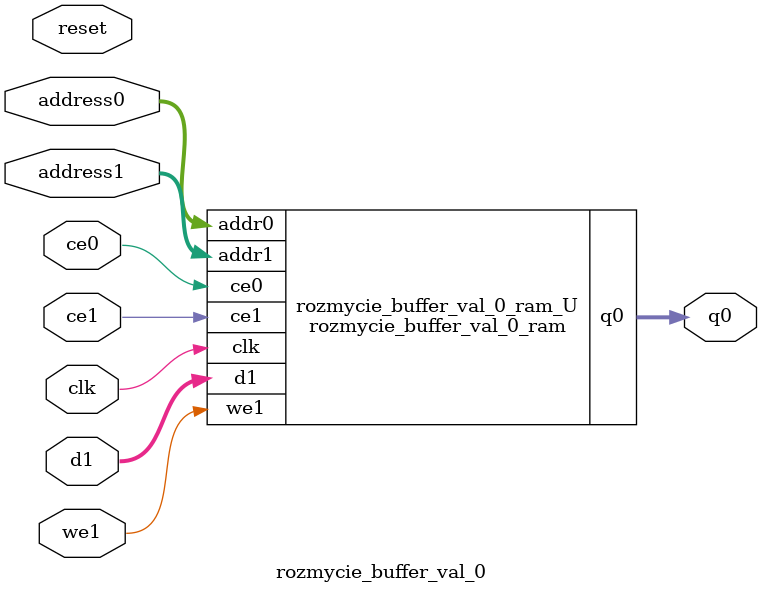
<source format=v>
`timescale 1 ns / 1 ps
module rozmycie_buffer_val_0_ram (addr0, ce0, q0, addr1, ce1, d1, we1,  clk);

parameter DWIDTH = 8;
parameter AWIDTH = 11;
parameter MEM_SIZE = 1280;

input[AWIDTH-1:0] addr0;
input ce0;
output reg[DWIDTH-1:0] q0;
input[AWIDTH-1:0] addr1;
input ce1;
input[DWIDTH-1:0] d1;
input we1;
input clk;

(* ram_style = "block" *)reg [DWIDTH-1:0] ram[0:MEM_SIZE-1];




always @(posedge clk)  
begin 
    if (ce0) 
    begin
        q0 <= ram[addr0];
    end
end


always @(posedge clk)  
begin 
    if (ce1) 
    begin
        if (we1) 
        begin 
            ram[addr1] <= d1; 
        end 
    end
end


endmodule

`timescale 1 ns / 1 ps
module rozmycie_buffer_val_0(
    reset,
    clk,
    address0,
    ce0,
    q0,
    address1,
    ce1,
    we1,
    d1);

parameter DataWidth = 32'd8;
parameter AddressRange = 32'd1280;
parameter AddressWidth = 32'd11;
input reset;
input clk;
input[AddressWidth - 1:0] address0;
input ce0;
output[DataWidth - 1:0] q0;
input[AddressWidth - 1:0] address1;
input ce1;
input we1;
input[DataWidth - 1:0] d1;



rozmycie_buffer_val_0_ram rozmycie_buffer_val_0_ram_U(
    .clk( clk ),
    .addr0( address0 ),
    .ce0( ce0 ),
    .q0( q0 ),
    .addr1( address1 ),
    .ce1( ce1 ),
    .we1( we1 ),
    .d1( d1 ));

endmodule


</source>
